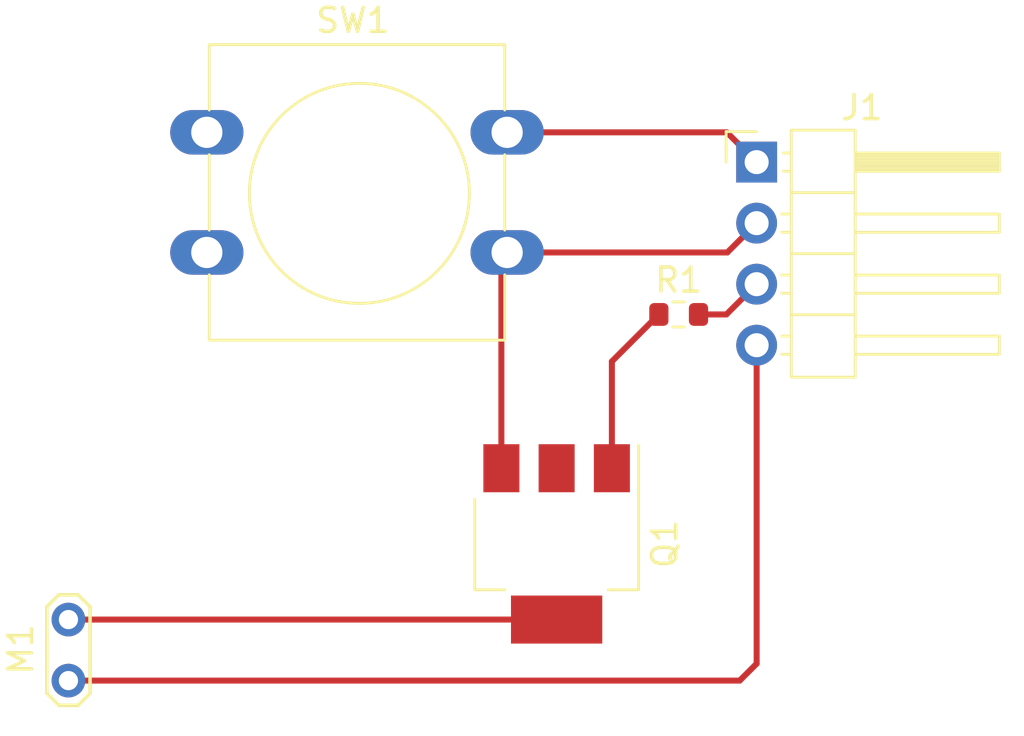
<source format=kicad_pcb>
(kicad_pcb (version 20211014) (generator pcbnew)
  (layers (0 "F.Cu" signal) (31 "B.Cu" signal) (34 "B.Paste" user) (35 "F.Paste" user) (36 "B.SilkS" user "B.Silkscreen") (37 "F.SilkS" user "F.Silkscreen") (38 "B.Mask" user) (39 "F.Mask" user) (44 "Edge.Cuts" user))
  (net 0 "")
  (net 1 "Net-(SW1-Pad1)")
  (net 2 "Net-(R1-Pad2)")
  (net 3 "+3.3V")
  (net 4 "Net-(M1-Pad2)")
  (net 5 "Net-(Q1-Pad1)")
  (net 6 "GND")
  (footprint "TestPoint:TestPoint_2Pads_Pitch2.54mm_Drill0.8mm" (layer "F.Cu") (at 124.46 99.06 90)
    (fp_text reference "M1" (at 1.3 -2 90) (layer "F.SilkS"))
    (fp_text value "Motor_DC")
    (fp_line (start 3.57 -0.4) (end 3.57 0.4) (layer "F.SilkS") (width 0.15))
    (fp_line (start 3.57 0.4) (end 3.07 0.9) (layer "F.SilkS") (width 0.15))
    (fp_line (start -1.03 0.4) (end -1.03 -0.4) (layer "F.SilkS") (width 0.15))
    (fp_line (start 3.07 -0.9) (end 3.57 -0.4) (layer "F.SilkS") (width 0.15))
    (fp_line (start -0.53 0.9) (end -1.03 0.4) (layer "F.SilkS") (width 0.15))
    (fp_line (start 3.07 0.9) (end -0.53 0.9) (layer "F.SilkS") (width 0.15))
    (fp_line (start -0.53 -0.9) (end 3.07 -0.9) (layer "F.SilkS") (width 0.15))
    (fp_line (start -1.03 -0.4) (end -0.53 -0.9) (layer "F.SilkS") (width 0.15))
    (pad "1" thru_hole circle (at 0 0 90) (size 1.4 1.4) (drill 0.8) (layers *.Cu *.Mask) (net 3 "+3.3V"))
    (pad "2" thru_hole circle (at 2.54 0 90) (size 1.4 1.4) (drill 0.8) (layers *.Cu *.Mask) (net 4 "Net-(M1-Pad2)"))
  )
  (footprint "Package_TO_SOT_SMD:SOT-223-3_TabPin2" (layer "F.Cu") (at 144.78 93.37 -90)
    (fp_text reference "Q1" (at 0 -4.5 90) (layer "F.SilkS"))
    (fp_text value "PZT2222A")
    (fp_line (start -1.85 3.41) (end 1.91 3.41) (layer "F.SilkS") (width 0.12))
    (fp_line (start 1.91 3.41) (end 1.91 2.15) (layer "F.SilkS") (width 0.12))
    (fp_line (start 1.91 -3.41) (end 1.91 -2.15) (layer "F.SilkS") (width 0.12))
    (fp_line (start -4.1 -3.41) (end 1.91 -3.41) (layer "F.SilkS") (width 0.12))
    (pad "1" smd rect (at -3.15 -2.3 270) (size 2 1.5) (layers "F.Cu" "F.Paste" "F.Mask") (net 5 "Net-(Q1-Pad1)"))
    (pad "2" smd rect (at -3.15 0 270) (size 2 1.5) (layers "F.Cu" "F.Paste" "F.Mask") (net 4 "Net-(M1-Pad2)"))
    (pad "2" smd rect (at 3.15 0 270) (size 2 3.8) (layers "F.Cu" "F.Paste" "F.Mask") (net 4 "Net-(M1-Pad2)"))
    (pad "3" smd rect (at -3.15 2.3 270) (size 2 1.5) (layers "F.Cu" "F.Paste" "F.Mask") (net 6 "GND"))
  )
  (footprint "Resistor_SMD:R_0603_1608Metric" (layer "F.Cu") (at 149.86 83.82)
    (fp_text reference "R1" (at 0 -1.43) (layer "F.SilkS"))
    (fp_text value "1K")
    (fp_line (start -0.237258 0.5225) (end 0.237258 0.5225) (layer "F.SilkS") (width 0.12))
    (fp_line (start -0.237258 -0.5225) (end 0.237258 -0.5225) (layer "F.SilkS") (width 0.12))
    (pad "1" smd roundrect (at -0.825 0) (size 0.8 0.95) (layers "F.Cu" "F.Paste" "F.Mask") (net 5 "Net-(Q1-Pad1)"))
    (pad "2" smd roundrect (at 0.825 0) (size 0.8 0.95) (layers "F.Cu" "F.Paste" "F.Mask") (net 2 "Net-(R1-Pad2)"))
  )
  (footprint "Connector_PinHeader_2.54mm:PinHeader_1x04_P2.54mm_Horizontal" (layer "F.Cu") (at 153.105 77.48)
    (fp_text reference "J1" (at 4.385 -2.27) (layer "F.SilkS"))
    (fp_text value "Conn_01x04_Male")
    (fp_line (start 1.11 -0.38) (end 1.44 -0.38) (layer "F.SilkS") (width 0.12))
    (fp_line (start -1.27 -1.27) (end 0 -1.27) (layer "F.SilkS") (width 0.12))
    (fp_line (start 4.1 2.16) (end 10.1 2.16) (layer "F.SilkS") (width 0.12))
    (fp_line (start 1.042929 4.7) (end 1.44 4.7) (layer "F.SilkS") (width 0.12))
    (fp_line (start 1.042929 2.16) (end 1.44 2.16) (layer "F.SilkS") (width 0.12))
    (fp_line (start 4.1 8.95) (end 4.1 -1.33) (layer "F.SilkS") (width 0.12))
    (fp_line (start 4.1 -0.38) (end 10.1 -0.38) (layer "F.SilkS") (width 0.12))
    (fp_line (start 10.1 2.92) (end 4.1 2.92) (layer "F.SilkS") (width 0.12))
    (fp_line (start 4.1 -0.2) (end 10.1 -0.2) (layer "F.SilkS") (width 0.12))
    (fp_line (start 4.1 0.28) (end 10.1 0.28) (layer "F.SilkS") (width 0.12))
    (fp_line (start 1.44 -1.33) (end 1.44 8.95) (layer "F.SilkS") (width 0.12))
    (fp_line (start 4.1 7.24) (end 10.1 7.24) (layer "F.SilkS") (width 0.12))
    (fp_line (start 10.1 5.46) (end 4.1 5.46) (layer "F.SilkS") (width 0.12))
    (fp_line (start 10.1 2.16) (end 10.1 2.92) (layer "F.SilkS") (width 0.12))
    (fp_line (start 4.1 4.7) (end 10.1 4.7) (layer "F.SilkS") (width 0.12))
    (fp_line (start -1.27 0) (end -1.27 -1.27) (layer "F.SilkS") (width 0.12))
    (fp_line (start 1.44 1.27) (end 4.1 1.27) (layer "F.SilkS") (width 0.12))
    (fp_line (start 10.1 -0.38) (end 10.1 0.38) (layer "F.SilkS") (width 0.12))
    (fp_line (start 4.1 -1.33) (end 1.44 -1.33) (layer "F.SilkS") (width 0.12))
    (fp_line (start 10.1 0.38) (end 4.1 0.38) (layer "F.SilkS") (width 0.12))
    (fp_line (start 4.1 0.04) (end 10.1 0.04) (layer "F.SilkS") (width 0.12))
    (fp_line (start 1.042929 8) (end 1.44 8) (layer "F.SilkS") (width 0.12))
    (fp_line (start 10.1 4.7) (end 10.1 5.46) (layer "F.SilkS") (width 0.12))
    (fp_line (start 1.042929 2.92) (end 1.44 2.92) (layer "F.SilkS") (width 0.12))
    (fp_line (start 1.44 8.95) (end 4.1 8.95) (layer "F.SilkS") (width 0.12))
    (fp_line (start 4.1 -0.32) (end 10.1 -0.32) (layer "F.SilkS") (width 0.12))
    (fp_line (start 1.11 0.38) (end 1.44 0.38) (layer "F.SilkS") (width 0.12))
    (fp_line (start 4.1 -0.08) (end 10.1 -0.08) (layer "F.SilkS") (width 0.12))
    (fp_line (start 1.042929 7.24) (end 1.44 7.24) (layer "F.SilkS") (width 0.12))
    (fp_line (start 1.44 3.81) (end 4.1 3.81) (layer "F.SilkS") (width 0.12))
    (fp_line (start 10.1 7.24) (end 10.1 8) (layer "F.SilkS") (width 0.12))
    (fp_line (start 1.042929 5.46) (end 1.44 5.46) (layer "F.SilkS") (width 0.12))
    (fp_line (start 4.1 0.16) (end 10.1 0.16) (layer "F.SilkS") (width 0.12))
    (fp_line (start 1.44 6.35) (end 4.1 6.35) (layer "F.SilkS") (width 0.12))
    (fp_line (start 10.1 8) (end 4.1 8) (layer "F.SilkS") (width 0.12))
    (pad "1" thru_hole rect (at 0 0) (size 1.7 1.7) (drill 1) (layers *.Cu *.Mask) (net 1 "Net-(SW1-Pad1)"))
    (pad "2" thru_hole oval (at 0 2.54) (size 1.7 1.7) (drill 1) (layers *.Cu *.Mask) (net 6 "GND"))
    (pad "3" thru_hole oval (at 0 5.08) (size 1.7 1.7) (drill 1) (layers *.Cu *.Mask) (net 2 "Net-(R1-Pad2)"))
    (pad "4" thru_hole oval (at 0 7.62) (size 1.7 1.7) (drill 1) (layers *.Cu *.Mask) (net 3 "+3.3V"))
  )
  (footprint "Button_Switch_THT:SW_PUSH-12mm" (layer "F.Cu") (at 130.22 76.24)
    (fp_text reference "SW1" (at 6.08 -4.66) (layer "F.SilkS"))
    (fp_text value "SW_Push")
    (fp_line (start 0.1 4.07) (end 0.1 0.93) (layer "F.SilkS") (width 0.12))
    (fp_line (start 12.4 -3.65) (end 12.4 -0.93) (layer "F.SilkS") (width 0.12))
    (fp_line (start 12.4 0.93) (end 12.4 4.07) (layer "F.SilkS") (width 0.12))
    (fp_line (start 12.4 5.93) (end 12.4 8.65) (layer "F.SilkS") (width 0.12))
    (fp_line (start 12.4 8.65) (end 0.1 8.65) (layer "F.SilkS") (width 0.12))
    (fp_line (start 0.1 8.65) (end 0.1 5.93) (layer "F.SilkS") (width 0.12))
    (fp_line (start 0.1 -0.93) (end 0.1 -3.65) (layer "F.SilkS") (width 0.12))
    (fp_line (start 0.1 -3.65) (end 12.4 -3.65) (layer "F.SilkS") (width 0.12))
    (fp_circle (center 6.35 2.54) (end 10.16 5.08) (layer "F.SilkS") (width 0.12) (fill none))
    (pad "1" thru_hole oval (at 0 0) (size 3.048 1.85) (drill 1.3) (layers *.Cu *.Mask) (net 1 "Net-(SW1-Pad1)"))
    (pad "1" thru_hole oval (at 12.5 0) (size 3.048 1.85) (drill 1.3) (layers *.Cu *.Mask) (net 1 "Net-(SW1-Pad1)"))
    (pad "2" thru_hole oval (at 12.5 5) (size 3.048 1.85) (drill 1.3) (layers *.Cu *.Mask) (net 6 "GND"))
    (pad "2" thru_hole oval (at 0 5) (size 3.048 1.85) (drill 1.3) (layers *.Cu *.Mask) (net 6 "GND"))
  )
  (segment (start 142.72 76.24) (end 151.865 76.24) (width 0.25) (layer "F.Cu") (net 1))
  (segment (start 151.865 76.24) (end 153.105 77.48) (width 0.25) (layer "F.Cu") (net 1))
  (segment (start 151.845 83.82) (end 150.685 83.82) (width 0.25) (layer "F.Cu") (net 2))
  (segment (start 153.105 82.56) (end 151.845 83.82) (width 0.25) (layer "F.Cu") (net 2))
  (segment (start 152.4 99.06) (end 124.46 99.06) (width 0.25) (layer "F.Cu") (net 3))
  (segment (start 153.105 98.355) (end 152.4 99.06) (width 0.25) (layer "F.Cu") (net 3))
  (segment (start 153.105 85.1) (end 153.105 98.355) (width 0.25) (layer "F.Cu") (net 3))
  (segment (start 144.78 96.52) (end 124.46 96.52) (width 0.25) (layer "F.Cu") (net 4))
  (segment (start 147.08 85.775) (end 147.08 90.22) (width 0.25) (layer "F.Cu") (net 5))
  (segment (start 149.035 83.82) (end 147.08 85.775) (width 0.25) (layer "F.Cu") (net 5))
  (segment (start 142.48 81.48) (end 142.72 81.24) (width 0.25) (layer "F.Cu") (net 6))
  (segment (start 153.105 80.02) (end 151.885 81.24) (width 0.25) (layer "F.Cu") (net 6))
  (segment (start 142.48 90.22) (end 142.48 81.48) (width 0.25) (layer "F.Cu") (net 6))
  (segment (start 151.885 81.24) (end 142.72 81.24) (width 0.25) (layer "F.Cu") (net 6))
)
</source>
